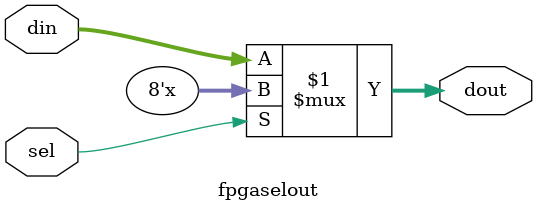
<source format=v>
module fpgaselout(sel,din,dout);
    input sel;
    input [7:0] din;
    output [7:0] dout;


assign dout = sel? 8'hzz:din;
endmodule

</source>
